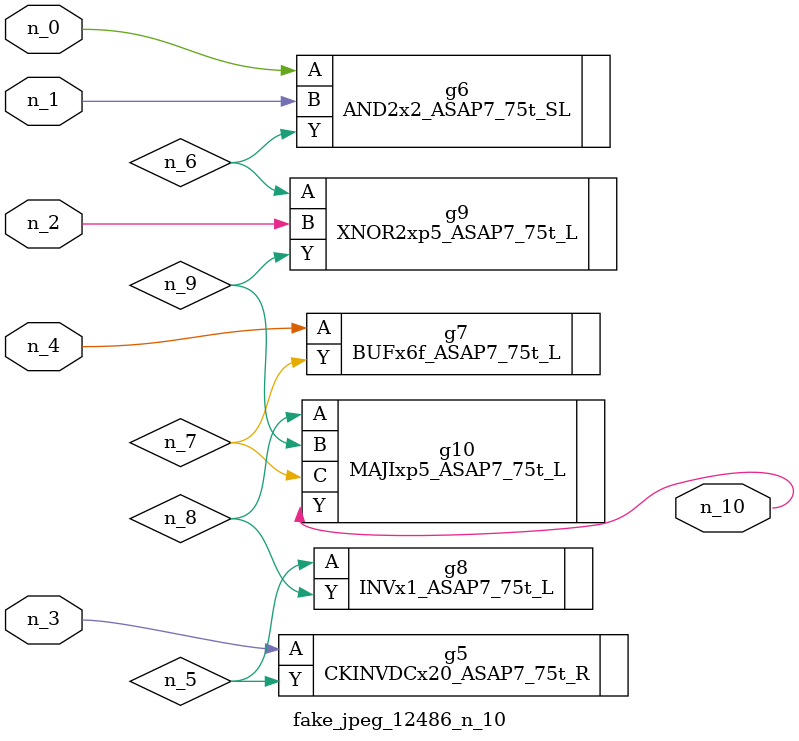
<source format=v>
module fake_jpeg_12486_n_10 (n_3, n_2, n_1, n_0, n_4, n_10);

input n_3;
input n_2;
input n_1;
input n_0;
input n_4;

output n_10;

wire n_8;
wire n_9;
wire n_6;
wire n_5;
wire n_7;

CKINVDCx20_ASAP7_75t_R g5 ( 
.A(n_3),
.Y(n_5)
);

AND2x2_ASAP7_75t_SL g6 ( 
.A(n_0),
.B(n_1),
.Y(n_6)
);

BUFx6f_ASAP7_75t_L g7 ( 
.A(n_4),
.Y(n_7)
);

INVx1_ASAP7_75t_L g8 ( 
.A(n_5),
.Y(n_8)
);

MAJIxp5_ASAP7_75t_L g10 ( 
.A(n_8),
.B(n_9),
.C(n_7),
.Y(n_10)
);

XNOR2xp5_ASAP7_75t_L g9 ( 
.A(n_6),
.B(n_2),
.Y(n_9)
);


endmodule
</source>
